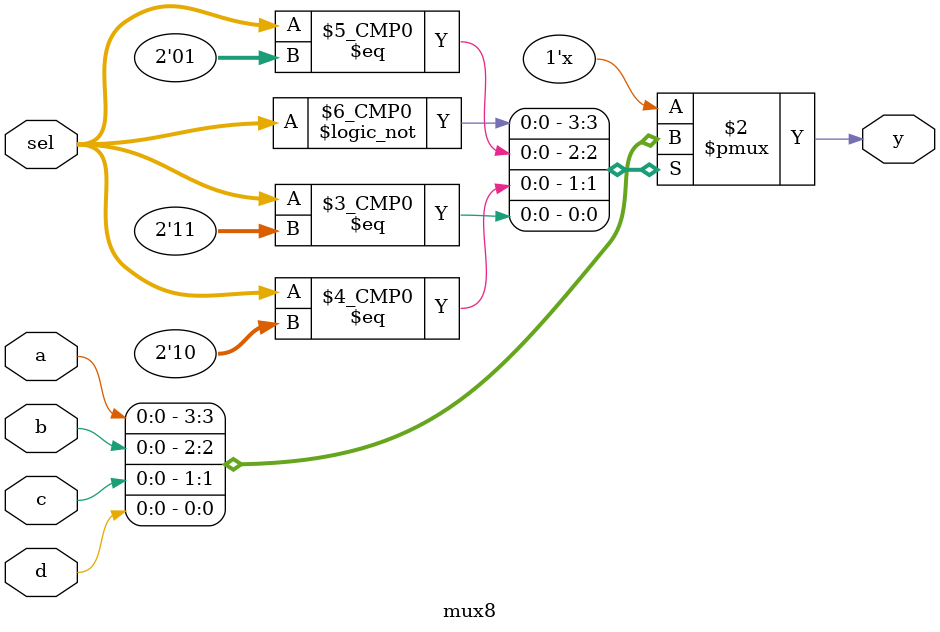
<source format=v>

module mux8(input a, b, c, d,
                            input [1:0] sel,
                            output reg y);

    always @(*) begin
        case(sel)
            2'b00: y = a;
            2'b01: y = b;
            2'b10: y = c;
            2'b11: y = d;
        endcase
    end
    

endmodule
</source>
